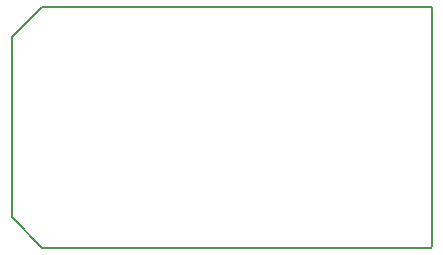
<source format=gm1>
G04 MADE WITH FRITZING*
G04 WWW.FRITZING.ORG*
G04 DOUBLE SIDED*
G04 HOLES PLATED*
G04 CONTOUR ON CENTER OF CONTOUR VECTOR*
%ASAXBY*%
%FSLAX23Y23*%
%MOIN*%
%OFA0B0*%
%SFA1.0B1.0*%
%ADD10C,0.008*%
%LNCONTOUR*%
G90*
G70*
G54D10*
X1407Y808D02*
X1407Y541D01*
X1407Y275D01*
X1407Y14D01*
X1405Y7D01*
X107Y7D01*
X7Y108D01*
X7Y708D01*
X107Y808D01*
X1407Y808D01*
D02*
G04 End of contour*
M02*
</source>
